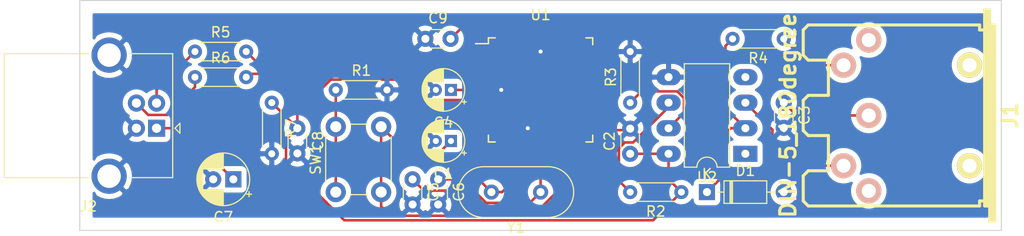
<source format=kicad_pcb>
(kicad_pcb (version 20211014) (generator pcbnew)
  (layers (0 "F.Cu" signal) (31 "B.Cu" power) (34 "B.Paste" user) (35 "F.Paste" user) (36 "B.SilkS" user "B.Silkscreen") (37 "F.SilkS" user "F.Silkscreen") (38 "B.Mask" user) (39 "F.Mask" user) (44 "Edge.Cuts" user))
  (net 0 "")
  (net 1 "GND")
  (net 2 "/START_BTN")
  (net 3 "+5V")
  (net 4 "Net-(C3-Pad1)")
  (net 5 "Net-(C4-Pad1)")
  (net 6 "Net-(C5-Pad1)")
  (net 7 "Net-(C6-Pad1)")
  (net 8 "Net-(C7-Pad1)")
  (net 9 "Net-(C9-Pad2)")
  (net 10 "Net-(D1-Pad2)")
  (net 11 "Net-(D1-Pad1)")
  (net 12 "Net-(J1-Pad1)")
  (net 13 "Net-(J1-Pad4)")
  (net 14 "Net-(J1-Pad3)")
  (net 15 "Net-(J2-Pad3)")
  (net 16 "Net-(J2-Pad2)")
  (net 17 "Net-(R1-Pad1)")
  (net 18 "/RX")
  (net 19 "Net-(R3-Pad1)")
  (net 20 "Net-(R5-Pad2)")
  (net 21 "Net-(R6-Pad2)")
  (net 22 "Net-(U1-Pad41)")
  (net 23 "Net-(U1-Pad40)")
  (net 24 "Net-(U1-Pad39)")
  (net 25 "Net-(U1-Pad38)")
  (net 26 "Net-(U1-Pad37)")
  (net 27 "Net-(U1-Pad36)")
  (net 28 "Net-(U1-Pad33)")
  (net 29 "Net-(U1-Pad32)")
  (net 30 "Net-(U1-Pad31)")
  (net 31 "Net-(U1-Pad30)")
  (net 32 "Net-(U1-Pad29)")
  (net 33 "Net-(U1-Pad28)")
  (net 34 "Net-(U1-Pad27)")
  (net 35 "Net-(U1-Pad26)")
  (net 36 "Net-(U1-Pad25)")
  (net 37 "Net-(U1-Pad22)")
  (net 38 "Net-(U1-Pad21)")
  (net 39 "Net-(U1-Pad18)")
  (net 40 "Net-(U1-Pad13)")
  (net 41 "Net-(U1-Pad12)")
  (net 42 "Net-(U1-Pad11)")
  (net 43 "Net-(U1-Pad10)")
  (net 44 "Net-(U1-Pad9)")
  (net 45 "Net-(U1-Pad8)")
  (net 46 "Net-(U1-Pad1)")
  (net 47 "Net-(U2-Pad4)")
  (net 48 "Net-(U2-Pad1)")
  (footprint "Resistor_THT:R_Axial_DIN0204_L3.6mm_D1.6mm_P5.08mm_Horizontal" (layer "F.Cu") (at 147.32 104.14 -90)
    (fp_text reference "R7" (at 2.54 -1.92 90) (layer "F.SilkS"))
    (fp_text value "10k")
    (pad "1" thru_hole circle locked (at 0 0 270) (size 1.4 1.4) (drill 0.7) (layers *.Cu *.Mask) (net 3 "+5V"))
    (pad "2" thru_hole oval locked (at 5.08 0 270) (size 1.4 1.4) (drill 0.7) (layers *.Cu *.Mask) (net 1 "GND"))
  )
  (footprint "Capacitor_THT:CP_Radial_D4.0mm_P1.50mm" (layer "F.Cu") (at 165.1 107.95 180)
    (fp_text reference "C1" (at 0.75 -3.25) (layer "F.SilkS"))
    (fp_text value "1u")
    (pad "1" thru_hole rect locked (at 0 0 180) (size 1.2 1.2) (drill 0.6) (layers *.Cu *.Mask) (net 2 "/START_BTN"))
    (pad "2" thru_hole circle locked (at 1.5 0 180) (size 1.2 1.2) (drill 0.6) (layers *.Cu *.Mask) (net 1 "GND"))
  )
  (footprint "Capacitor_THT:CP_Radial_D4.0mm_P1.50mm" (layer "F.Cu") (at 165.1 102.87 180)
    (fp_text reference "C4" (at 0.75 -3.25) (layer "F.SilkS"))
    (fp_text value "1u")
    (pad "1" thru_hole rect locked (at 0 0 180) (size 1.2 1.2) (drill 0.6) (layers *.Cu *.Mask) (net 5 "Net-(C4-Pad1)"))
    (pad "2" thru_hole circle locked (at 1.5 0 180) (size 1.2 1.2) (drill 0.6) (layers *.Cu *.Mask) (net 1 "GND"))
  )
  (footprint "Eurocad:MIDI_DIN5" (layer "F.Cu") (at 209.55 105.41 90)
    (fp_text reference "J1" (at 0 11.00074 90) (layer "F.SilkS") (effects (font (size 1.524 1.524) (thickness 0.3048))))
    (fp_text value "DIN-5_180degree" (at 0 -11.00074 90) (layer "F.SilkS") (effects (font (size 1.524 1.524) (thickness 0.3048))))
    (pad "" np_thru_hole circle locked (at -5.00126 6.9977 90) (size 2.49936 2.49936) (drill 1.397) (layers *.Cu *.Mask "F.SilkS"))
    (pad "" np_thru_hole circle locked (at 5.00126 6.9977 90) (size 2.49936 2.49936) (drill 1.397) (layers *.Cu *.Mask "F.SilkS"))
    (pad "1" thru_hole circle locked (at 7.49808 -2.9972 90) (size 2.49936 2.49936) (drill 1.397) (layers *.Cu *.SilkS *.Mask) (net 12 "Net-(J1-Pad1)"))
    (pad "2" thru_hole circle locked (at 0 -2.99974 90) (size 2.49936 2.49936) (drill 1.397) (layers *.Cu *.SilkS *.Mask) (net 4 "Net-(C3-Pad1)"))
    (pad "3" thru_hole circle locked (at -7.49808 -2.9972 90) (size 2.49936 2.49936) (drill 1.397) (layers *.Cu *.SilkS *.Mask) (net 14 "Net-(J1-Pad3)"))
    (pad "4" thru_hole circle locked (at 4.99618 -5.4991 90) (size 2.49936 2.49936) (drill 1.397) (layers *.Cu *.SilkS *.Mask) (net 13 "Net-(J1-Pad4)"))
    (pad "5" thru_hole circle locked (at -4.99618 -5.4991 90) (size 2.49936 2.49936) (drill 1.397) (layers *.Cu *.SilkS *.Mask) (net 10 "Net-(D1-Pad2)"))
  )
  (footprint "Connector_USB:USB_B_OST_USB-B1HSxx_Horizontal" (layer "F.Cu") (at 135.89 106.68 180)
    (fp_text reference "J2" (at 6.76 -7.77) (layer "F.SilkS"))
    (fp_text value "USB_B")
    (pad "1" thru_hole rect locked (at 0 0 180) (size 1.7 1.7) (drill 0.92) (layers *.Cu *.Mask) (net 8 "Net-(C7-Pad1)"))
    (pad "2" thru_hole circle locked (at 0 2.5 180) (size 1.7 1.7) (drill 0.92) (layers *.Cu *.Mask) (net 16 "Net-(J2-Pad2)"))
    (pad "3" thru_hole circle locked (at 2 2.5 180) (size 1.7 1.7) (drill 0.92) (layers *.Cu *.Mask) (net 15 "Net-(J2-Pad3)"))
    (pad "4" thru_hole circle locked (at 2 0 180) (size 1.7 1.7) (drill 0.92) (layers *.Cu *.Mask) (net 1 "GND"))
    (pad "5" thru_hole circle locked (at 4.71 7.27 180) (size 3.5 3.5) (drill 2.33) (layers *.Cu *.Mask) (net 1 "GND"))
    (pad "5" thru_hole circle locked (at 4.71 -4.77 180) (size 3.5 3.5) (drill 2.33) (layers *.Cu *.Mask) (net 1 "GND"))
  )
  (footprint "Resistor_THT:R_Axial_DIN0204_L3.6mm_D1.6mm_P5.08mm_Horizontal" (layer "F.Cu") (at 153.67 102.87)
    (fp_text reference "R1" (at 2.54 -1.92) (layer "F.SilkS"))
    (fp_text value "1k")
    (pad "1" thru_hole circle locked (at 0 0) (size 1.4 1.4) (drill 0.7) (layers *.Cu *.Mask) (net 17 "Net-(R1-Pad1)"))
    (pad "2" thru_hole oval locked (at 5.08 0) (size 1.4 1.4) (drill 0.7) (layers *.Cu *.Mask) (net 1 "GND"))
  )
  (footprint "Resistor_THT:R_Axial_DIN0204_L3.6mm_D1.6mm_P5.08mm_Horizontal" (layer "F.Cu") (at 187.96 113.03 180)
    (fp_text reference "R2" (at 2.54 -1.92) (layer "F.SilkS"))
    (fp_text value "1k")
    (pad "1" thru_hole circle locked (at 0 0 180) (size 1.4 1.4) (drill 0.7) (layers *.Cu *.Mask) (net 3 "+5V"))
    (pad "2" thru_hole oval locked (at 5.08 0 180) (size 1.4 1.4) (drill 0.7) (layers *.Cu *.Mask) (net 18 "/RX"))
  )
  (footprint "Resistor_THT:R_Axial_DIN0204_L3.6mm_D1.6mm_P5.08mm_Horizontal" (layer "F.Cu") (at 182.88 104.14 90)
    (fp_text reference "R3" (at 2.54 -1.92 90) (layer "F.SilkS"))
    (fp_text value "10k")
    (pad "1" thru_hole circle locked (at 0 0 90) (size 1.4 1.4) (drill 0.7) (layers *.Cu *.Mask) (net 19 "Net-(R3-Pad1)"))
    (pad "2" thru_hole oval locked (at 5.08 0 90) (size 1.4 1.4) (drill 0.7) (layers *.Cu *.Mask) (net 1 "GND"))
  )
  (footprint "Resistor_THT:R_Axial_DIN0204_L3.6mm_D1.6mm_P5.08mm_Horizontal" (layer "F.Cu") (at 139.7 99.06)
    (fp_text reference "R5" (at 2.54 -1.92) (layer "F.SilkS"))
    (fp_text value "22")
    (pad "1" thru_hole circle locked (at 0 0) (size 1.4 1.4) (drill 0.7) (layers *.Cu *.Mask) (net 16 "Net-(J2-Pad2)"))
    (pad "2" thru_hole oval locked (at 5.08 0) (size 1.4 1.4) (drill 0.7) (layers *.Cu *.Mask) (net 20 "Net-(R5-Pad2)"))
  )
  (footprint "Button_Switch_THT:SW_PUSH_6mm_H8mm" (layer "F.Cu") (at 153.67 113.03 90)
    (fp_text reference "SW1" (at 3.25 -2 90) (layer "F.SilkS"))
    (fp_text value "SW_Push")
    (pad "1" thru_hole circle locked (at 0 0 180) (size 2 2) (drill 1.1) (layers *.Cu *.Mask) (net 17 "Net-(R1-Pad1)"))
    (pad "1" thru_hole circle locked (at 6.5 0 180) (size 2 2) (drill 1.1) (layers *.Cu *.Mask) (net 17 "Net-(R1-Pad1)"))
    (pad "2" thru_hole circle locked (at 0 4.5 180) (size 2 2) (drill 1.1) (layers *.Cu *.Mask) (net 2 "/START_BTN"))
    (pad "2" thru_hole circle locked (at 6.5 4.5 180) (size 2 2) (drill 1.1) (layers *.Cu *.Mask) (net 2 "/START_BTN"))
  )
  (footprint "Package_QFP:TQFP-44_10x10mm_P0.8mm" (layer "F.Cu") (at 173.99 102.87)
    (fp_text reference "U1" (at 0 -7.45) (layer "F.SilkS"))
    (fp_text value "ATmega32U4-MU")
    (pad "1" smd rect locked (at -5.7 -4) (size 1.5 0.55) (layers "F.Cu" "F.Paste" "F.Mask") (net 46 "Net-(U1-Pad1)"))
    (pad "2" smd rect locked (at -5.7 -3.2) (size 1.5 0.55) (layers "F.Cu" "F.Paste" "F.Mask") (net 3 "+5V"))
    (pad "3" smd rect locked (at -5.7 -2.4) (size 1.5 0.55) (layers "F.Cu" "F.Paste" "F.Mask") (net 20 "Net-(R5-Pad2)"))
    (pad "4" smd rect locked (at -5.7 -1.6) (size 1.5 0.55) (layers "F.Cu" "F.Paste" "F.Mask") (net 21 "Net-(R6-Pad2)"))
    (pad "5" smd rect locked (at -5.7 -0.8) (size 1.5 0.55) (layers "F.Cu" "F.Paste" "F.Mask") (net 1 "GND"))
    (pad "6" smd rect locked (at -5.7 0) (size 1.5 0.55) (layers "F.Cu" "F.Paste" "F.Mask") (net 5 "Net-(C4-Pad1)"))
    (pad "7" smd rect locked (at -5.7 0.8) (size 1.5 0.55) (layers "F.Cu" "F.Paste" "F.Mask") (net 3 "+5V"))
    (pad "8" smd rect locked (at -5.7 1.6) (size 1.5 0.55) (layers "F.Cu" "F.Paste" "F.Mask") (net 45 "Net-(U1-Pad8)"))
    (pad "9" smd rect locked (at -5.7 2.4) (size 1.5 0.55) (layers "F.Cu" "F.Paste" "F.Mask") (net 44 "Net-(U1-Pad9)"))
    (pad "10" smd rect locked (at -5.7 3.2) (size 1.5 0.55) (layers "F.Cu" "F.Paste" "F.Mask") (net 43 "Net-(U1-Pad10)"))
    (pad "11" smd rect locked (at -5.7 4) (size 1.5 0.55) (layers "F.Cu" "F.Paste" "F.Mask") (net 42 "Net-(U1-Pad11)"))
    (pad "12" smd rect locked (at -4 5.7 90) (size 1.5 0.55) (layers "F.Cu" "F.Paste" "F.Mask") (net 41 "Net-(U1-Pad12)"))
    (pad "13" smd rect locked (at -3.2 5.7 90) (size 1.5 0.55) (layers "F.Cu" "F.Paste" "F.Mask") (net 40 "Net-(U1-Pad13)"))
    (pad "14" smd rect locked (at -2.4 5.7 90) (size 1.5 0.55) (layers "F.Cu" "F.Paste" "F.Mask") (net 3 "+5V"))
    (pad "15" smd rect locked (at -1.6 5.7 90) (size 1.5 0.55) (layers "F.Cu" "F.Paste" "F.Mask") (net 1 "GND"))
    (pad "16" smd rect locked (at -0.8 5.7 90) (size 1.5 0.55) (layers "F.Cu" "F.Paste" "F.Mask") (net 7 "Net-(C6-Pad1)"))
    (pad "17" smd rect locked (at 0 5.7 90) (size 1.5 0.55) (layers "F.Cu" "F.Paste" "F.Mask") (net 6 "Net-(C5-Pad1)"))
    (pad "18" smd rect locked (at 0.8 5.7 90) (size 1.5 0.55) (layers "F.Cu" "F.Paste" "F.Mask") (net 39 "Net-(U1-Pad18)"))
    (pad "19" smd rect locked (at 1.6 5.7 90) (size 1.5 0.55) (layers "F.Cu" "F.Paste" "F.Mask") (net 2 "/START_BTN"))
    (pad "20" smd rect locked (at 2.4 5.7 90) (size 1.5 0.55) (layers "F.Cu" "F.Paste" "F.Mask") (net 18 "/RX"))
    (pad "21" smd rect locked (at 3.2 5.7 90) (size 1.5 0.55) (layers "F.Cu" "F.Paste" "F.Mask") (net 38 "Net-(U1-Pad21)"))
    (pad "22" smd rect locked (at 4 5.7 90) (size 1.5 0.55) (layers "F.Cu" "F.Paste" "F.Mask") (net 37 "Net-(U1-Pad22)"))
    (pad "23" smd rect locked (at 5.7 4) (size 1.5 0.55) (layers "F.Cu" "F.Paste" "F.Mask") (net 1 "GND"))
    (pad "24" smd rect locked (at 5.7 3.2) (size 1.5 0.55) (layers "F.Cu" "F.Paste" "F.Mask") (net 3 "+5V"))
    (pad "25" smd rect locked (at 5.7 2.4) (size 1.5 0.55) (layers "F.Cu" "F.Paste" "F.Mask") (net 36 "Net-(U1-Pad25)"))
    (pad "26" smd rect locked (at 5.7 1.6) (size 1.5 0.55) (layers "F.Cu" "F.Paste" "F.Mask") (net 35 "Net-(U1-Pad26)"))
    (pad "27" smd rect locked (at 5.7 0.8) (size 1.5 0.55) (layers "F.Cu" "F.Paste" "F.Mask") (net 34 "Net-(U1-Pad27)"))
    (pad "28" smd rect locked (at 5.7 0) (size 1.5 0.55) (layers "F.Cu" "F.Paste" "F.Mask") (net 33 "Net-(U1-Pad28)"))
    (pad "29" smd rect locked (at 5.7 -0.8) (size 1.5 0.55) (layers "F.Cu" "F.Paste" "F.Mask") (net 32 "Net-(U1-Pad29)"))
    (pad "30" smd rect locked (at 5.7 -1.6) (size 1.5 0.55) (layers "F.Cu" "F.Paste" "F.Mask") (net 31 "Net-(U1-Pad30)"))
    (pad "31" smd rect locked (at 5.7 -2.4) (size 1.5 0.55) (layers "F.Cu" "F.Paste" "F.Mask") (net 30 "Net-(U1-Pad31)"))
    (pad "32" smd rect locked (at 5.7 -3.2) (size 1.5 0.55) (layers "F.Cu" "F.Paste" "F.Mask") (net 29 "Net-(U1-Pad32)"))
    (pad "33" smd rect locked (at 5.7 -4) (size 1.5 0.55) (layers "F.Cu" "F.Paste" "F.Mask") (net 28 "Net-(U1-Pad33)"))
    (pad "34" smd rect locked (at 4 -5.7 90) (size 1.5 0.55) (layers "F.Cu" "F.Paste" "F.Mask") (net 3 "+5V"))
    (pad "35" smd rect locked (at 3.2 -5.7 90) (size 1.5 0.55) (layers "F.Cu" "F.Paste" "F.Mask") (net 1 "GND"))
    (pad "36" smd rect locked (at 2.4 -5.7 90) (size 1.5 0.55) (layers "F.Cu" "F.Paste" "F.Mask") (net 27 "Net-(U1-Pad36)"))
    (pad "37" smd rect locked (at 1.6 -5.7 90) (size 1.5 0.55) (layers "F.Cu" "F.Paste" "F.Mask") (net 26 "Net-(U1-Pad37)"))
    (pad "38" smd rect locked (at 0.8 -5.7 90) (size 1.5 0.55) (layers "F.Cu" "F.Paste" "F.Mask") (net 25 "Net-(U1-Pad38)"))
    (pad "39" smd rect locked (at 0 -5.7 90) (size 1.5 0.55) (layers "F.Cu" "F.Paste" "F.Mask") (net 24 "Net-(U1-Pad39)"))
    (pad "40" smd rect locked (at -0.8 -5.7 90) (size 1.5 0.55) (layers "F.Cu" "F.Paste" "F.Mask") (net 23 "Net-(U1-Pad40)"))
    (pad "41" smd rect locked (at -1.6 -5.7 90) (size 1.5 0.55) (layers "F.Cu" "F.Paste" "F.Mask") (net 22 "Net-(U1-Pad41)"))
    (pad "42" smd rect locked (at -2.4 -5.7 90) (size 1.5 0.55) (layers "F.Cu" "F.Paste" "F.Mask") (net 9 "Net-(C9-Pad2)"))
    (pad "43" smd rect locked (at -3.2 -5.7 90) (size 1.5 0.55) (layers "F.Cu" "F.Paste" "F.Mask") (net 1 "GND"))
    (pad "44" smd rect locked (at -4 -5.7 90) (size 1.5 0.55) (layers "F.Cu" "F.Paste" "F.Mask") (net 3 "+5V"))
  )
  (footprint "Crystal:Crystal_HC49-4H_Vertical" (layer "F.Cu") (at 173.99 113.03 180)
    (fp_text reference "Y1" (at 2.44 -3.525) (layer "F.SilkS"))
    (fp_text value "16MHz")
    (pad "1" thru_hole circle locked (at 0 0 180) (size 1.5 1.5) (drill 0.8) (layers *.Cu *.Mask) (net 6 "Net-(C5-Pad1)"))
    (pad "2" thru_hole circle locked (at 4.88 0 180) (size 1.5 1.5) (drill 0.8) (layers *.Cu *.Mask) (net 7 "Net-(C6-Pad1)"))
  )
  (footprint "Resistor_THT:R_Axial_DIN0204_L3.6mm_D1.6mm_P5.08mm_Horizontal" (layer "F.Cu") (at 139.7 101.6)
    (fp_text reference "R6" (at 2.54 -1.92) (layer "F.SilkS"))
    (fp_text value "22")
    (pad "1" thru_hole circle locked (at 0 0) (size 1.4 1.4) (drill 0.7) (layers *.Cu *.Mask) (net 15 "Net-(J2-Pad3)"))
    (pad "2" thru_hole oval locked (at 5.08 0) (size 1.4 1.4) (drill 0.7) (layers *.Cu *.Mask) (net 21 "Net-(R6-Pad2)"))
  )
  (footprint "Capacitor_THT:C_Disc_D3.0mm_W1.6mm_P2.50mm" (layer "F.Cu") (at 149.86 106.68 -90)
    (fp_text reference "C8" (at 1.25 -2.05 90) (layer "F.SilkS"))
    (fp_text value "100n")
    (pad "1" thru_hole circle locked (at 0 0 270) (size 1.6 1.6) (drill 0.8) (layers *.Cu *.Mask) (net 3 "+5V"))
    (pad "2" thru_hole circle locked (at 2.5 0 270) (size 1.6 1.6) (drill 0.8) (layers *.Cu *.Mask) (net 1 "GND"))
  )
  (footprint "Capacitor_THT:CP_Radial_D5.0mm_P2.00mm" (layer "F.Cu") (at 143.51 111.76 180)
    (fp_text reference "C7" (at 1 -3.75) (layer "F.SilkS"))
    (fp_text value "22u")
    (pad "1" thru_hole rect locked (at 0 0 180) (size 1.6 1.6) (drill 0.8) (layers *.Cu *.Mask) (net 8 "Net-(C7-Pad1)"))
    (pad "2" thru_hole circle locked (at 2 0 180) (size 1.6 1.6) (drill 0.8) (layers *.Cu *.Mask) (net 1 "GND"))
  )
  (footprint "Capacitor_THT:C_Disc_D3.0mm_W1.6mm_P2.50mm" (layer "F.Cu") (at 198.12 104.14 -90)
    (fp_text reference "C3" (at 1.25 -2.05 90) (layer "F.SilkS"))
    (fp_text value "100n")
    (pad "1" thru_hole circle locked (at 0 0 270) (size 1.6 1.6) (drill 0.8) (layers *.Cu *.Mask) (net 4 "Net-(C3-Pad1)"))
    (pad "2" thru_hole circle locked (at 2.5 0 270) (size 1.6 1.6) (drill 0.8) (layers *.Cu *.Mask) (net 1 "GND"))
  )
  (footprint "Capacitor_THT:C_Disc_D3.0mm_W1.6mm_P2.50mm" (layer "F.Cu") (at 163.83 111.76 -90)
    (fp_text reference "C6" (at 1.25 -2.05 90) (layer "F.SilkS"))
    (fp_text value "22p")
    (pad "1" thru_hole circle locked (at 0 0 270) (size 1.6 1.6) (drill 0.8) (layers *.Cu *.Mask) (net 7 "Net-(C6-Pad1)"))
    (pad "2" thru_hole circle locked (at 2.5 0 270) (size 1.6 1.6) (drill 0.8) (layers *.Cu *.Mask) (net 1 "GND"))
  )
  (footprint "Package_DIP:DIP-8_W7.62mm_LongPads" (layer "F.Cu") (at 194.31 109.22 180)
    (fp_text reference "U2" (at 3.81 -2.33) (layer "F.SilkS"))
    (fp_text value "6N138")
    (pad "1" thru_hole rect locked (at 0 0 180) (size 2.4 1.6) (drill 0.8) (layers *.Cu *.Mask) (net 48 "Net-(U2-Pad1)"))
    (pad "2" thru_hole oval locked (at 0 2.54 180) (size 2.4 1.6) (drill 0.8) (layers *.Cu *.Mask) (net 11 "Net-(D1-Pad1)"))
    (pad "3" thru_hole oval locked (at 0 5.08 180) (size 2.4 1.6) (drill 0.8) (layers *.Cu *.Mask) (net 10 "Net-(D1-Pad2)"))
    (pad "4" thru_hole oval locked (at 0 7.62 180) (size 2.4 1.6) (drill 0.8) (layers *.Cu *.Mask) (net 47 "Net-(U2-Pad4)"))
    (pad "5" thru_hole oval locked (at 7.62 7.62 180) (size 2.4 1.6) (drill 0.8) (layers *.Cu *.Mask) (net 1 "GND"))
    (pad "6" thru_hole oval locked (at 7.62 5.08 180) (size 2.4 1.6) (drill 0.8) (layers *.Cu *.Mask) (net 18 "/RX"))
    (pad "7" thru_hole oval locked (at 7.62 2.54 180) (size 2.4 1.6) (drill 0.8) (layers *.Cu *.Mask) (net 19 "Net-(R3-Pad1)"))
    (pad "8" thru_hole oval locked (at 7.62 0 180) (size 2.4 1.6) (drill 0.8) (layers *.Cu *.Mask) (net 3 "+5V"))
  )
  (footprint "Diode_THT:D_DO-35_SOD27_P7.62mm_Horizontal" (layer "F.Cu") (at 190.5 113.03)
    (fp_text reference "D1" (at 3.81 -2.12) (layer "F.SilkS"))
    (fp_text value "1N4148")
    (fp_text user "K" (at 0 -1.8) (layer "F.SilkS"))
    (pad "1" thru_hole rect locked (at 0 0) (size 1.6 1.6) (drill 0.8) (layers *.Cu *.Mask) (net 11 "Net-(D1-Pad1)"))
    (pad "2" thru_hole oval locked (at 7.62 0) (size 1.6 1.6) (drill 0.8) (layers *.Cu *.Mask) (net 10 "Net-(D1-Pad2)"))
  )
  (footprint "Capacitor_THT:C_Disc_D3.0mm_W1.6mm_P2.50mm" (layer "F.Cu") (at 162.56 97.79)
    (fp_text reference "C9" (at 1.25 -2.05) (layer "F.SilkS"))
    (fp_text value "100n")
    (pad "1" thru_hole circle locked (at 0 0) (size 1.6 1.6) (drill 0.8) (layers *.Cu *.Mask) (net 1 "GND"))
    (pad "2" thru_hole circle locked (at 2.5 0) (size 1.6 1.6) (drill 0.8) (layers *.Cu *.Mask) (net 9 "Net-(C9-Pad2)"))
  )
  (footprint "Resistor_THT:R_Axial_DIN0204_L3.6mm_D1.6mm_P5.08mm_Horizontal" (layer "F.Cu") (at 198.12 97.79 180)
    (fp_text reference "R4" (at 2.54 -1.92) (layer "F.SilkS"))
    (fp_text value "220")
    (pad "1" thru_hole circle locked (at 0 0 180) (size 1.4 1.4) (drill 0.7) (layers *.Cu *.Mask) (net 13 "Net-(J1-Pad4)"))
    (pad "2" thru_hole oval locked (at 5.08 0 180) (size 1.4 1.4) (drill 0.7) (layers *.Cu *.Mask) (net 11 "Net-(D1-Pad1)"))
  )
  (footprint "Capacitor_THT:C_Disc_D3.0mm_W1.6mm_P2.50mm" (layer "F.Cu") (at 182.88 109.22 90)
    (fp_text reference "C2" (at 1.25 -2.05 90) (layer "F.SilkS"))
    (fp_text value "100n")
    (pad "1" thru_hole circle locked (at 0 0 90) (size 1.6 1.6) (drill 0.8) (layers *.Cu *.Mask) (net 3 "+5V"))
    (pad "2" thru_hole circle locked (at 2.5 0 90) (size 1.6 1.6) (drill 0.8) (layers *.Cu *.Mask) (net 1 "GND"))
  )
  (footprint "Capacitor_THT:C_Disc_D3.0mm_W1.6mm_P2.50mm" (layer "F.Cu") (at 161.29 111.76 -90)
    (fp_text reference "C5" (at 1.25 -2.05 90) (layer "F.SilkS"))
    (fp_text value "22p")
    (pad "1" thru_hole circle locked (at 0 0 270) (size 1.6 1.6) (drill 0.8) (layers *.Cu *.Mask) (net 6 "Net-(C5-Pad1)"))
    (pad "2" thru_hole circle locked (at 2.5 0 270) (size 1.6 1.6) (drill 0.8) (layers *.Cu *.Mask) (net 1 "GND"))
  )
  (gr_line (start 128.27 116.84) (end 128.27 93.98) (layer "Edge.Cuts") (width 0.1))
  (gr_line (start 219.71 116.84) (end 128.27 116.84) (layer "Edge.Cuts") (width 0.1))
  (gr_line (start 219.71 93.98) (end 219.71 116.84) (layer "Edge.Cuts") (width 0.1))
  (gr_line (start 128.27 93.98) (end 219.71 93.98) (layer "Edge.Cuts") (width 0.1))
  (segment (start 170.09 102.87) (end 170.09 102.87) (width 0.25) (layer "F.Cu") (net 1))
  (segment (start 177.19 97.980002) (end 176.110002 99.06) (width 0.25) (layer "F.Cu") (net 1))
  (segment (start 172.39 108.57) (end 172.39 107.01) (width 0.25) (layer "F.Cu") (net 1))
  (segment (start 169.29 102.07) (end 170.09 102.87) (width 0.25) (layer "F.Cu") (net 1))
  (segment (start 171.68 99.06) (end 173.99 99.06) (width 0.25) (layer "F.Cu") (net 1))
  (segment (start 176.110002 99.06) (end 175.26 99.06) (width 0.25) (layer "F.Cu") (net 1))
  (segment (start 170.79 98.17) (end 171.68 99.06) (width 0.25) (layer "F.Cu") (net 1))
  (segment (start 177.19 97.17) (end 177.19 97.980002) (width 0.25) (layer "F.Cu") (net 1))
  (segment (start 170.79 97.17) (end 170.79 98.17) (width 0.25) (layer "F.Cu") (net 1))
  (segment (start 175.26 99.06) (end 173.99 99.06) (width 0.25) (layer "F.Cu") (net 1))
  (segment (start 182.73 106.87) (end 182.88 106.72) (width 0.25) (layer "F.Cu") (net 1))
  (segment (start 179.69 106.87) (end 182.73 106.87) (width 0.25) (layer "F.Cu") (net 1))
  (segment (start 172.39 107.01) (end 172.72 106.68) (width 0.25) (layer "F.Cu") (net 1))
  (segment (start 168.29 102.07) (end 169.29 102.07) (width 0.25) (layer "F.Cu") (net 1))
  (via (at 173.99 99.06) (size 0.8) (drill 0.4) (layers "F.Cu" "B.Cu") (net 1))
  (via (at 172.72 106.68) (size 0.8) (drill 0.4) (layers "F.Cu" "B.Cu") (net 1))
  (via (at 170.09 102.87) (size 0.8) (drill 0.4) (layers "F.Cu" "B.Cu") (net 1))
  (segment (start 163.83 109.22) (end 165.1 107.95) (width 0.25) (layer "F.Cu") (net 2))
  (segment (start 158.17 114.444213) (end 159.110788 115.385001) (width 0.25) (layer "F.Cu") (net 2))
  (segment (start 175.59 113.021002) (end 175.59 109.55) (width 0.25) (layer "F.Cu") (net 2))
  (segment (start 160.86 109.22) (end 163.83 109.22) (width 0.25) (layer "F.Cu") (net 2))
  (segment (start 175.59 109.55) (end 175.59 108.57) (width 0.25) (layer "F.Cu") (net 2))
  (segment (start 158.17 106.53) (end 160.86 109.22) (width 0.25) (layer "F.Cu") (net 2))
  (segment (start 161.105001 115.385001) (end 173.226001 115.385001) (width 0.25) (layer "F.Cu") (net 2))
  (segment (start 160.380788 115.385001) (end 161.105001 115.385001) (width 0.25) (layer "F.Cu") (net 2))
  (segment (start 159.110788 115.385001) (end 161.105001 115.385001) (width 0.25) (layer "F.Cu") (net 2))
  (segment (start 173.226001 115.385001) (end 175.59 113.021002) (width 0.25) (layer "F.Cu") (net 2))
  (segment (start 158.17 113.03) (end 158.17 106.53) (width 0.25) (layer "F.Cu") (net 2))
  (segment (start 158.17 113.03) (end 158.17 114.444213) (width 0.25) (layer "F.Cu") (net 2))
  (segment (start 149.86 106.68) (end 148.734999 107.805001) (width 0.25) (layer "F.Cu") (net 3))
  (segment (start 154.514009 115.835011) (end 152.689499 114.010501) (width 0.25) (layer "F.Cu") (net 3))
  (segment (start 177.99 97.17) (end 177.99 98.17) (width 0.25) (layer "F.Cu") (net 3))
  (segment (start 163.230997 103.869999) (end 168.090001 103.869999) (width 0.25) (layer "F.Cu") (net 3))
  (segment (start 171.59 101.97) (end 171.59 106.159998) (width 0.25) (layer "F.Cu") (net 3))
  (segment (start 169.29 99.67) (end 171.59 101.97) (width 0.25) (layer "F.Cu") (net 3))
  (segment (start 168.090001 103.869999) (end 168.29 103.67) (width 0.25) (layer "F.Cu") (net 3))
  (segment (start 148.734999 110.056001) (end 152.689499 114.010501) (width 0.25) (layer "F.Cu") (net 3))
  (segment (start 182.88 109.22) (end 186.69 109.22) (width 0.25) (layer "F.Cu") (net 3))
  (segment (start 174.19 101.97) (end 171.59 101.97) (width 0.25) (layer "F.Cu") (net 3))
  (segment (start 149.86 106.68) (end 149.86 105.162998) (width 0.25) (layer "F.Cu") (net 3))
  (segment (start 168.29 103.67) (end 169.100002 103.67) (width 0.25) (layer "F.Cu") (net 3))
  (segment (start 175.69 106.07) (end 171.59 101.97) (width 0.25) (layer "F.Cu") (net 3))
  (segment (start 161.205997 101.844999) (end 163.230997 103.869999) (width 0.25) (layer "F.Cu") (net 3))
  (segment (start 185.154989 115.835011) (end 154.514009 115.835011) (width 0.25) (layer "F.Cu") (net 3))
  (segment (start 186.69 109.22) (end 186.69 111.76) (width 0.25) (layer "F.Cu") (net 3))
  (segment (start 177.99 98.17) (end 174.19 101.97) (width 0.25) (layer "F.Cu") (net 3))
  (segment (start 186.69 111.76) (end 187.96 113.03) (width 0.25) (layer "F.Cu") (net 3))
  (segment (start 171.59 106.159998) (end 171.59 108.57) (width 0.25) (layer "F.Cu") (net 3))
  (segment (start 153.177999 101.844999) (end 161.205997 101.844999) (width 0.25) (layer "F.Cu") (net 3))
  (segment (start 187.96 113.03) (end 185.154989 115.835011) (width 0.25) (layer "F.Cu") (net 3))
  (segment (start 149.86 105.162998) (end 153.177999 101.844999) (width 0.25) (layer "F.Cu") (net 3))
  (segment (start 171.59 100.380002) (end 171.59 101.97) (width 0.25) (layer "F.Cu") (net 3))
  (segment (start 179.69 106.07) (end 175.69 106.07) (width 0.25) (layer "F.Cu") (net 3))
  (segment (start 169.100002 103.67) (end 171.59 106.159998) (width 0.25) (layer "F.Cu") (net 3))
  (segment (start 148.734999 107.805001) (end 148.734999 110.056001) (width 0.25) (layer "F.Cu") (net 3))
  (segment (start 169.99 98.780002) (end 171.59 100.380002) (width 0.25) (layer "F.Cu") (net 3))
  (segment (start 168.29 99.67) (end 169.29 99.67) (width 0.25) (layer "F.Cu") (net 3))
  (segment (start 147.32 104.14) (end 149.86 106.68) (width 0.25) (layer "F.Cu") (net 3))
  (segment (start 169.99 97.17) (end 169.99 98.780002) (width 0.25) (layer "F.Cu") (net 3))
  (segment (start 199.39 105.41) (end 198.12 104.14) (width 0.25) (layer "F.Cu") (net 4))
  (segment (start 206.55026 105.41) (end 199.39 105.41) (width 0.25) (layer "F.Cu") (net 4))
  (segment (start 165.1 102.87) (end 168.29 102.87) (width 0.25) (layer "F.Cu") (net 5))
  (segment (start 172.914999 114.105001) (end 173.99 113.03) (width 0.25) (layer "F.Cu") (net 6))
  (segment (start 161.29 111.76) (end 162.415001 112.885001) (width 0.25) (layer "F.Cu") (net 6))
  (segment (start 173.99 113.03) (end 173.99 108.57) (width 0.25) (layer "F.Cu") (net 6))
  (segment (start 167.373999 112.885001) (end 168.593999 114.105001) (width 0.25) (layer "F.Cu") (net 6))
  (segment (start 168.593999 114.105001) (end 172.914999 114.105001) (width 0.25) (layer "F.Cu") (net 6))
  (segment (start 162.415001 112.885001) (end 167.373999 112.885001) (width 0.25) (layer "F.Cu") (net 6))
  (segment (start 170.17066 113.03) (end 173.19 110.01066) (width 0.25) (layer "F.Cu") (net 7))
  (segment (start 163.83 111.76) (end 167.84 111.76) (width 0.25) (layer "F.Cu") (net 7))
  (segment (start 173.19 110.01066) (end 173.19 108.57) (width 0.25) (layer "F.Cu") (net 7))
  (segment (start 167.84 111.76) (end 169.11 113.03) (width 0.25) (layer "F.Cu") (net 7))
  (segment (start 169.11 113.03) (end 170.17066 113.03) (width 0.25) (layer "F.Cu") (net 7))
  (segment (start 135.89 106.68) (end 138.43 106.68) (width 0.25) (layer "F.Cu") (net 8))
  (segment (start 138.43 106.68) (end 143.51 111.76) (width 0.25) (layer "F.Cu") (net 8))
  (segment (start 166.755001 96.094999) (end 171.325001 96.094999) (width 0.25) (layer "F.Cu") (net 9))
  (segment (start 171.59 96.359998) (end 171.59 97.17) (width 0.25) (layer "F.Cu") (net 9))
  (segment (start 171.325001 96.094999) (end 171.59 96.359998) (width 0.25) (layer "F.Cu") (net 9))
  (segment (start 165.06 97.79) (end 166.755001 96.094999) (width 0.25) (layer "F.Cu") (net 9))
  (segment (start 196.994999 106.824999) (end 194.31 104.14) (width 0.25) (layer "F.Cu") (net 10))
  (segment (start 200.74382 110.40618) (end 198.12 113.03) (width 0.25) (layer "F.Cu") (net 10))
  (segment (start 199.47382 110.40618) (end 196.994999 107.927359) (width 0.25) (layer "F.Cu") (net 10))
  (segment (start 204.0509 110.40618) (end 200.74382 110.40618) (width 0.25) (layer "F.Cu") (net 10))
  (segment (start 200.74382 110.40618) (end 199.47382 110.40618) (width 0.25) (layer "F.Cu") (net 10))
  (segment (start 196.994999 107.927359) (end 196.994999 106.824999) (width 0.25) (layer "F.Cu") (net 10))
  (segment (start 190.5 113.03) (end 191.77 111.76) (width 0.25) (layer "F.Cu") (net 11))
  (segment (start 191.77 111.76) (end 191.77 107.77) (width 0.25) (layer "F.Cu") (net 11))
  (segment (start 191.77 107.77) (end 192.86 106.68) (width 0.25) (layer "F.Cu") (net 11))
  (segment (start 192.86 106.68) (end 194.31 106.68) (width 0.25) (layer "F.Cu") (net 11))
  (segment (start 192.340001 104.710001) (end 194.31 106.68) (width 0.25) (layer "F.Cu") (net 11))
  (segment (start 193.04 97.79) (end 192.340001 98.489999) (width 0.25) (layer "F.Cu") (net 11))
  (segment (start 192.340001 98.489999) (end 192.340001 104.710001) (width 0.25) (layer "F.Cu") (net 11))
  (segment (start 200.74382 100.41382) (end 198.12 97.79) (width 0.25) (layer "F.Cu") (net 13))
  (segment (start 204.0509 100.41382) (end 200.74382 100.41382) (width 0.25) (layer "F.Cu") (net 13))
  (segment (start 136.934948 105.355001) (end 139.7 102.589949) (width 0.25) (layer "F.Cu") (net 15))
  (segment (start 139.7 102.589949) (end 139.7 101.6) (width 0.25) (layer "F.Cu") (net 15))
  (segment (start 135.065001 105.355001) (end 136.934948 105.355001) (width 0.25) (layer "F.Cu") (net 15))
  (segment (start 133.89 104.18) (end 135.065001 105.355001) (width 0.25) (layer "F.Cu") (net 15))
  (segment (start 135.89 102.87) (end 139.7 99.06) (width 0.25) (layer "F.Cu") (net 16))
  (segment (start 135.89 104.18) (end 135.89 102.87) (width 0.25) (layer "F.Cu") (net 16))
  (segment (start 153.67 106.53) (end 153.67 113.03) (width 0.25) (layer "F.Cu") (net 17))
  (segment (start 153.67 102.87) (end 153.67 106.53) (width 0.25) (layer "F.Cu") (net 17))
  (segment (start 186.69 104.14) (end 186.69 104.575002) (width 0.25) (layer "F.Cu") (net 18))
  (segment (start 182.339999 108.094999) (end 181.754999 108.679999) (width 0.25) (layer "F.Cu") (net 18))
  (segment (start 186.69 104.575002) (end 183.170003 108.094999) (width 0.25) (layer "F.Cu") (net 18))
  (segment (start 176.654999 109.645001) (end 176.39 109.380002) (width 0.25) (layer "F.Cu") (net 18))
  (segment (start 176.39 109.380002) (end 176.39 108.57) (width 0.25) (layer "F.Cu") (net 18))
  (segment (start 183.170003 108.094999) (end 182.339999 108.094999) (width 0.25) (layer "F.Cu") (net 18))
  (segment (start 181.754999 111.904999) (end 182.88 113.03) (width 0.25) (layer "F.Cu") (net 18))
  (segment (start 180.789997 109.645001) (end 176.654999 109.645001) (width 0.25) (layer "F.Cu") (net 18))
  (segment (start 182.339999 108.094999) (end 180.789997 109.645001) (width 0.25) (layer "F.Cu") (net 18))
  (segment (start 181.754999 108.679999) (end 181.754999 111.904999) (width 0.25) (layer "F.Cu") (net 18))
  (segment (start 188.21501 103.674006) (end 187.555994 103.01499) (width 0.25) (layer "F.Cu") (net 19))
  (segment (start 186.69 106.68) (end 188.21501 105.15499) (width 0.25) (layer "F.Cu") (net 19))
  (segment (start 184.00501 103.01499) (end 182.88 104.14) (width 0.25) (layer "F.Cu") (net 19))
  (segment (start 187.555994 103.01499) (end 184.00501 103.01499) (width 0.25) (layer "F.Cu") (net 19))
  (segment (start 188.21501 105.15499) (end 188.21501 103.674006) (width 0.25) (layer "F.Cu") (net 19))
  (segment (start 144.78 99.06) (end 146.19 100.47) (width 0.25) (layer "F.Cu") (net 20))
  (segment (start 146.19 100.47) (end 168.29 100.47) (width 0.25) (layer "F.Cu") (net 20))
  (segment (start 144.78 101.6) (end 145.11 101.27) (width 0.25) (layer "F.Cu") (net 21))
  (segment (start 145.11 101.27) (end 168.29 101.27) (width 0.25) (layer "F.Cu") (net 21))
  (zone (net 1) (net_name "GND") (layer "B.Cu") (connect_pads (clearance 0.508)) (min_thickness 0.254) (fill yes (thermal_gap 0.508) (thermal_bridge_width 0.508))
    (polygon (pts (xy 218.44 115.57) (xy 129.54 115.57) (xy 129.54 95.25) (xy 218.44 95.25)))
  )
)
</source>
